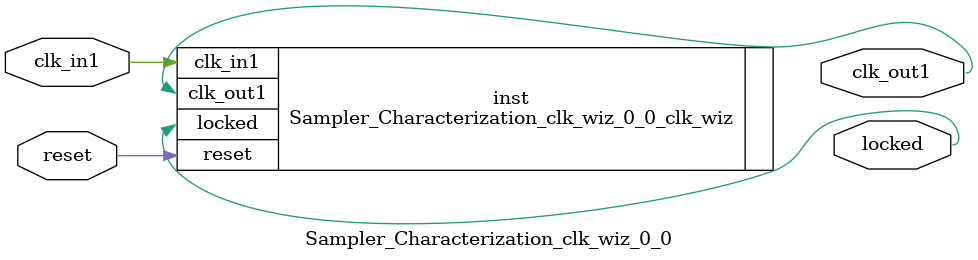
<source format=v>


`timescale 1ps/1ps

(* CORE_GENERATION_INFO = "Sampler_Characterization_clk_wiz_0_0,clk_wiz_v6_0_1_0_0,{component_name=Sampler_Characterization_clk_wiz_0_0,use_phase_alignment=true,use_min_o_jitter=false,use_max_i_jitter=false,use_dyn_phase_shift=false,use_inclk_switchover=false,use_dyn_reconfig=false,enable_axi=0,feedback_source=FDBK_AUTO,PRIMITIVE=MMCM,num_out_clk=1,clkin1_period=8.000,clkin2_period=10.000,use_power_down=false,use_reset=true,use_locked=true,use_inclk_stopped=false,feedback_type=SINGLE,CLOCK_MGR_TYPE=NA,manual_override=false}" *)

module Sampler_Characterization_clk_wiz_0_0 
 (
  // Clock out ports
  output        clk_out1,
  // Status and control signals
  input         reset,
  output        locked,
 // Clock in ports
  input         clk_in1
 );

  Sampler_Characterization_clk_wiz_0_0_clk_wiz inst
  (
  // Clock out ports  
  .clk_out1(clk_out1),
  // Status and control signals               
  .reset(reset), 
  .locked(locked),
 // Clock in ports
  .clk_in1(clk_in1)
  );

endmodule

</source>
